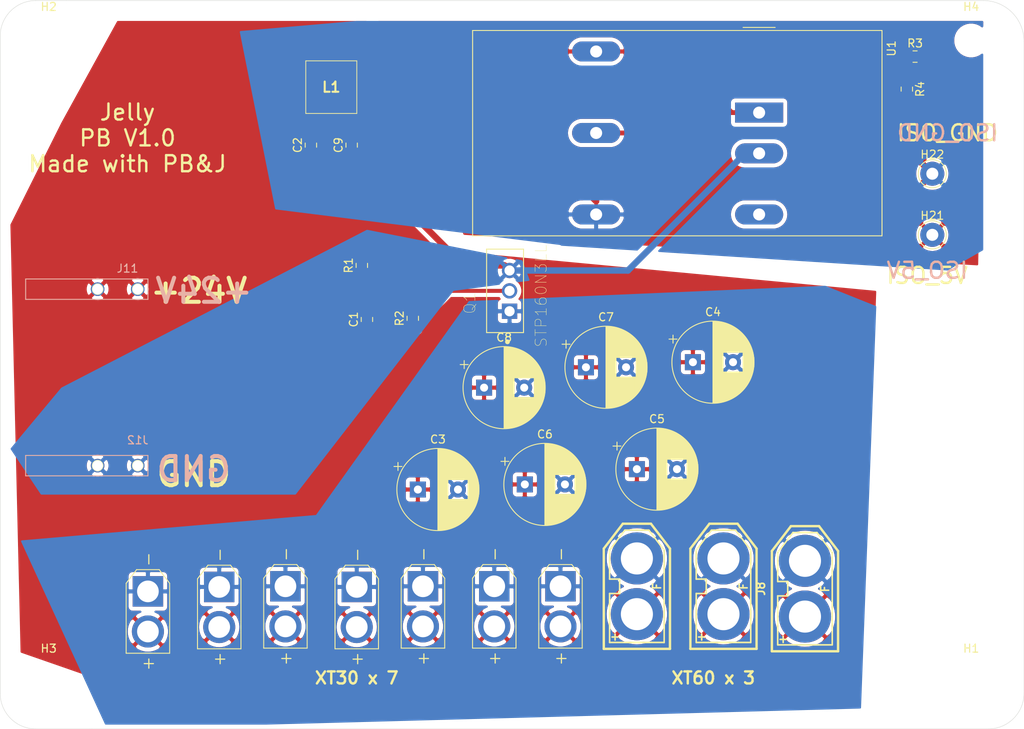
<source format=kicad_pcb>
(kicad_pcb (version 20171130) (host pcbnew "(5.1.0-0)")
  (layers (0 F.Cu signal) (31 B.Cu signal) (34 B.Paste user) (35 F.Paste user) (36 B.SilkS user) (37 F.SilkS user) (38 B.Mask user) (39 F.Mask user) (44 Edge.Cuts user))
  (net 0 "")
  (net 1 GND)
  (net 2 "Net-(C1-Pad1)")
  (net 3 +24V)
  (net 4 safe-V24)
  (net 5 5V_4A)
  (net 6 ISO_GND_5V)
  (net 7 "Net-(L1-Pad2)")
  (net 8 "Net-(R3-Pad1)")
  (net 9 "Net-(U1-Pad6)")
  (module MountingHole:MountingHole_3.2mm_M3 (layer F.Cu) (at 142 38)
    (fp_text reference H4 (at 0 -4.2) (layer F.SilkS))
    (fp_text value MountingHole)
    (pad 1 np_thru_hole circle (at 0 0) (size 3.2 3.2) (drill 3.2) (layers *.Cu *.Mask))
  )
  (module MountingHole:MountingHole_3.2mm_M3 (layer F.Cu) (at 27 118)
    (fp_text reference H3 (at 0 -4.2) (layer F.SilkS))
    (fp_text value MountingHole)
    (pad 1 np_thru_hole circle (at 0 0) (size 3.2 3.2) (drill 3.2) (layers *.Cu *.Mask))
  )
  (module MountingHole:MountingHole_3.2mm_M3 (layer F.Cu) (at 27 38)
    (fp_text reference H2 (at 0 -4.2) (layer F.SilkS))
    (fp_text value MountingHole)
    (pad 1 np_thru_hole circle (at 0 0) (size 3.2 3.2) (drill 3.2) (layers *.Cu *.Mask))
  )
  (module MountingHole:MountingHole_3.2mm_M3 (layer F.Cu) (at 142 118)
    (fp_text reference H1 (at 0 -4.2) (layer F.SilkS))
    (fp_text value MountingHole)
    (pad 1 np_thru_hole circle (at 0 0) (size 3.2 3.2) (drill 3.2) (layers *.Cu *.Mask))
  )
  (module Connector:battery_conector_powerpack (layer F.Cu) (at 38.1 91 180)
    (fp_text reference J12 (at 0 3.175 180) (layer B.SilkS) (effects (justify mirror)))
    (fp_text value Conn_01x02_Female)
    (pad 2 thru_hole circle (at 5 0 180) (size 1.7 1.7) (drill 1.3) (layers *.Cu *.Mask) (net 1 GND))
    (pad 1 thru_hole circle (at 0 0 180) (size 1.7 1.7) (drill 1.3) (layers *.Cu *.Mask) (net 1 GND))
  )
  (module Connector:battery_conector_powerpack (layer F.Cu) (at 38.1 69 180)
    (fp_text reference J11 (at 1.27 2.58 180) (layer B.SilkS))
    (fp_text value Conn_01x02_Female)
    (pad 2 thru_hole circle (at 5 0 180) (size 1.7 1.7) (drill 1.3) (layers *.Cu *.Mask) (net 3 +24V))
    (pad 1 thru_hole circle (at 0 0 180) (size 1.7 1.7) (drill 1.3) (layers *.Cu *.Mask) (net 3 +24V))
  )
  (module Capacitor_SMD:C_0805_2012Metric_Pad1.15x1.40mm_HandSolder (layer F.Cu) (at 64.77 51.045 90)
    (fp_text reference C9 (at 0 -1.65 90) (layer F.SilkS))
    (fp_text value 3.3UF)
    (pad 2 smd roundrect (at 1.025 0 90) (size 1.15 1.4) (layers F.Cu F.Paste F.Mask) (roundrect_rratio 0.217391) (net 3 +24V))
    (pad 1 smd roundrect (at -1.025 0 90) (size 1.15 1.4) (layers F.Cu F.Paste F.Mask) (roundrect_rratio 0.217391) (net 1 GND))
  )
  (module TestPoint:TestPoint_THTPad_D3.0mm_Drill1.5mm (layer F.Cu) (at 137.16 54.61)
    (fp_text reference H22 (at 0 -2.398) (layer F.SilkS))
    (fp_text value MountingHole_Pad)
    (pad 1 thru_hole circle (at 0 0) (size 3 3) (drill 1.5) (layers *.Cu *.Mask) (net 6 ISO_GND_5V))
  )
  (module TestPoint:TestPoint_THTPad_D3.0mm_Drill1.5mm (layer F.Cu) (at 137.16 62.23)
    (fp_text reference H21 (at 0 -2.398) (layer F.SilkS))
    (fp_text value MountingHole_Pad)
    (pad 1 thru_hole circle (at 0 0) (size 3 3) (drill 1.5) (layers *.Cu *.Mask) (net 5 5V_4A))
  )
  (module Converter_DCDC:Converter_DCDC_TRACO_TEN20-xxxx_THT (layer F.Cu) (at 115.57 46.99 270)
    (fp_text reference U1 (at -8 -16.5 90) (layer F.SilkS))
    (fp_text value THL-25-2411)
    (pad 6 thru_hole oval (at 12.7 0) (size 6 2.5) (drill 1.5) (layers *.Cu *.Mask) (net 9 "Net-(U1-Pad6)"))
    (pad 4 thru_hole oval (at 2.54 20.32) (size 6 2.5) (drill 1.5) (layers *.Cu *.Mask) (net 8 "Net-(R3-Pad1)"))
    (pad 1 thru_hole rect (at 0 0) (size 6 2.5) (drill 1.5) (layers *.Cu *.Mask) (net 7 "Net-(L1-Pad2)"))
    (pad 2 thru_hole oval (at 5.08 0) (size 6 2.5) (drill 1.5) (layers *.Cu *.Mask) (net 1 GND))
    (pad 3 thru_hole oval (at -7.62 20.32) (size 6 2.5) (drill 1.5) (layers *.Cu *.Mask) (net 5 5V_4A))
    (pad 5 thru_hole oval (at 12.7 20.32) (size 6 2.5) (drill 1.5) (layers *.Cu *.Mask) (net 6 ISO_GND_5V))
  )
  (module TO254P1040X460X1935-3:TO254P1040X460X1935-3 (layer F.Cu) (at 84.455 71.755 90)
    (fp_text reference Q1 (at 1.01743 -4.96597 90) (layer F.SilkS) (effects (font (size 1.40197 1.40197) (thickness 0.05))))
    (fp_text value STP160N3LL (at 1.90661 3.93433 90) (layer F.SilkS) (effects (font (size 1.40119 1.40119) (thickness 0.05))))
    (pad 3 thru_hole circle (at 5.08 0 90) (size 1.91 1.91) (drill 1.27) (layers *.Cu *.Mask) (net 1 GND))
    (pad 2 thru_hole circle (at 2.54 0 90) (size 1.91 1.91) (drill 1.27) (layers *.Cu *.Mask) (net 2 "Net-(C1-Pad1)"))
    (pad 1 thru_hole rect (at 0 0 90) (size 1.91 1.91) (drill 1.27) (layers *.Cu *.Mask) (net 4 safe-V24))
  )
  (module Resistor_SMD:R_0805_2012Metric_Pad1.15x1.40mm_HandSolder (layer F.Cu) (at 133.985 44.06 270)
    (fp_text reference R4 (at 0 -1.65 270) (layer F.SilkS))
    (fp_text value OP)
    (pad 2 smd roundrect (at 1.025 0 270) (size 1.15 1.4) (layers F.Cu F.Paste F.Mask) (roundrect_rratio 0.217391) (net 5 5V_4A))
    (pad 1 smd roundrect (at -1.025 0 270) (size 1.15 1.4) (layers F.Cu F.Paste F.Mask) (roundrect_rratio 0.217391) (net 8 "Net-(R3-Pad1)"))
  )
  (module Resistor_SMD:R_0805_2012Metric_Pad1.15x1.40mm_HandSolder (layer F.Cu) (at 135.01 40.005)
    (fp_text reference R3 (at 0 -1.65) (layer F.SilkS))
    (fp_text value OP)
    (pad 2 smd roundrect (at 1.025 0) (size 1.15 1.4) (layers F.Cu F.Paste F.Mask) (roundrect_rratio 0.217391) (net 6 ISO_GND_5V))
    (pad 1 smd roundrect (at -1.025 0) (size 1.15 1.4) (layers F.Cu F.Paste F.Mask) (roundrect_rratio 0.217391) (net 8 "Net-(R3-Pad1)"))
  )
  (module Resistor_SMD:R_0805_2012Metric_Pad1.15x1.40mm_HandSolder (layer F.Cu) (at 72.39 72.635 90)
    (fp_text reference R2 (at 0 -1.65 90) (layer F.SilkS))
    (fp_text value 1K)
    (pad 2 smd roundrect (at 1.025 0 90) (size 1.15 1.4) (layers F.Cu F.Paste F.Mask) (roundrect_rratio 0.217391) (net 1 GND))
    (pad 1 smd roundrect (at -1.025 0 90) (size 1.15 1.4) (layers F.Cu F.Paste F.Mask) (roundrect_rratio 0.217391) (net 2 "Net-(C1-Pad1)"))
  )
  (module Resistor_SMD:R_0805_2012Metric_Pad1.15x1.40mm_HandSolder (layer F.Cu) (at 66.04 66.04 90)
    (fp_text reference R1 (at 0 -1.65 90) (layer F.SilkS))
    (fp_text value 1K)
    (pad 2 smd roundrect (at 1.025 0 90) (size 1.15 1.4) (layers F.Cu F.Paste F.Mask) (roundrect_rratio 0.217391) (net 2 "Net-(C1-Pad1)"))
    (pad 1 smd roundrect (at -1.025 0 90) (size 1.15 1.4) (layers F.Cu F.Paste F.Mask) (roundrect_rratio 0.217391) (net 3 +24V))
  )
  (module innductor_special:XEL6060-152MEC (layer F.Cu) (at 62.23 43.815)
    (fp_text reference L1 (at 0 0) (layer F.SilkS) (effects (font (size 1.27 1.27) (thickness 0.254))))
    (fp_text value INDUCTOR hide)
    (pad 2 smd rect (at 2.02 0) (size 1.43 5.5) (layers F.Cu F.Paste) (net 7 "Net-(L1-Pad2)"))
    (pad 1 smd rect (at -2.02 0) (size 1.43 5.5) (layers F.Cu F.Paste) (net 3 +24V))
  )
  (module RC-Battery-Connectors:XT-60_female (layer F.Cu) (at 111.125 106.045 90)
    (fp_text reference J10 hide)
    (fp_text value Conn_01x02_Female hide)
    (fp_text user + (at -6.32 -2.79 90) (layer F.SilkS) (effects (font (thickness 0.2))))
    (fp_text user F (at 0 2.5 90) (layer F.SilkS) (effects (font (thickness 0.2))))
    (pad 2 thru_hole circle (at -3.475 0 90) (size 6.5 6.5) (drill 4) (layers *.Cu *.Mask) (net 3 +24V))
    (pad 1 thru_hole circle (at 3.475 0 90) (size 6.5 6.5) (drill 4) (layers *.Cu *.Mask) (net 4 safe-V24))
  )
  (module RC-Battery-Connectors:XT-60_female (layer F.Cu) (at 100.33 106.045 90)
    (fp_text reference J9 hide)
    (fp_text value Conn_01x02_Female hide)
    (fp_text user + (at -6.32 -2.79 90) (layer F.SilkS) (effects (font (thickness 0.2))))
    (fp_text user F (at 0 2.5 90) (layer F.SilkS) (effects (font (thickness 0.2))))
    (pad 2 thru_hole circle (at -3.475 0 90) (size 6.5 6.5) (drill 4) (layers *.Cu *.Mask) (net 3 +24V))
    (pad 1 thru_hole circle (at 3.475 0 90) (size 6.5 6.5) (drill 4) (layers *.Cu *.Mask) (net 4 safe-V24))
  )
  (module RC-Battery-Connectors:XT-60_female (layer F.Cu) (at 121.285 106.345 90)
    (fp_text reference J8 (at 0 -5.5 90) (layer F.SilkS) (effects (font (thickness 0.2))))
    (fp_text value Conn_01x02_Female hide)
    (fp_text user + (at -6.32 -2.79 90) (layer F.SilkS) (effects (font (thickness 0.2))))
    (fp_text user F (at 0 2.5 90) (layer F.SilkS) (effects (font (thickness 0.2))))
    (pad 2 thru_hole circle (at -3.475 0 90) (size 6.5 6.5) (drill 4) (layers *.Cu *.Mask) (net 3 +24V))
    (pad 1 thru_hole circle (at 3.475 0 90) (size 6.5 6.5) (drill 4) (layers *.Cu *.Mask) (net 4 safe-V24))
  )
  (module Connector_AMASS:AMASS_XT30U-F_1x02_P5.0mm_Vertical (layer F.Cu) (at 73.66 106.045 270)
    (fp_text reference J7 hide)
    (fp_text value Conn_01x02_Female)
    (fp_text user - (at -4 0 270) (layer F.SilkS) (effects (font (size 1.5 1.5))))
    (fp_text user + (at 9 0 270) (layer F.SilkS) (effects (font (size 1.5 1.5))))
    (pad 2 thru_hole circle (at 5 0 270) (size 4 4) (drill 2.7) (layers *.Cu *.Mask) (net 3 +24V))
    (pad 1 thru_hole rect (at 0 0 270) (size 3.8 3.8) (drill 2.7) (layers *.Cu *.Mask) (net 4 safe-V24))
  )
  (module Connector_AMASS:AMASS_XT30U-F_1x02_P5.0mm_Vertical (layer F.Cu) (at 56.515 106.045 270)
    (fp_text reference J6 hide)
    (fp_text value Conn_01x02_Female)
    (fp_text user - (at -4 0 270) (layer F.SilkS) (effects (font (size 1.5 1.5))))
    (fp_text user + (at 9 0 270) (layer F.SilkS) (effects (font (size 1.5 1.5))))
    (pad 2 thru_hole circle (at 5 0 270) (size 4 4) (drill 2.7) (layers *.Cu *.Mask) (net 3 +24V))
    (pad 1 thru_hole rect (at 0 0 270) (size 3.8 3.8) (drill 2.7) (layers *.Cu *.Mask) (net 4 safe-V24))
  )
  (module Connector_AMASS:AMASS_XT30U-F_1x02_P5.0mm_Vertical (layer F.Cu) (at 65.405 106.125 270)
    (fp_text reference J5 hide)
    (fp_text value Conn_01x02_Female)
    (fp_text user - (at -4 0 270) (layer F.SilkS) (effects (font (size 1.5 1.5))))
    (fp_text user + (at 9 0 270) (layer F.SilkS) (effects (font (size 1.5 1.5))))
    (pad 2 thru_hole circle (at 5 0 270) (size 4 4) (drill 2.7) (layers *.Cu *.Mask) (net 3 +24V))
    (pad 1 thru_hole rect (at 0 0 270) (size 3.8 3.8) (drill 2.7) (layers *.Cu *.Mask) (net 4 safe-V24))
  )
  (module Connector_AMASS:AMASS_XT30U-F_1x02_P5.0mm_Vertical (layer F.Cu) (at 48.26 106.125 270)
    (fp_text reference J4 hide)
    (fp_text value Conn_01x02_Female)
    (fp_text user - (at -4 0 270) (layer F.SilkS) (effects (font (size 1.5 1.5))))
    (fp_text user + (at 9 0 270) (layer F.SilkS) (effects (font (size 1.5 1.5))))
    (pad 2 thru_hole circle (at 5 0 270) (size 4 4) (drill 2.7) (layers *.Cu *.Mask) (net 3 +24V))
    (pad 1 thru_hole rect (at 0 0 270) (size 3.8 3.8) (drill 2.7) (layers *.Cu *.Mask) (net 4 safe-V24))
  )
  (module Connector_AMASS:AMASS_XT30U-F_1x02_P5.0mm_Vertical (layer F.Cu) (at 90.805 106.045 270)
    (fp_text reference J3 hide)
    (fp_text value Conn_01x02_Female)
    (fp_text user - (at -4 0 270) (layer F.SilkS) (effects (font (size 1.5 1.5))))
    (fp_text user + (at 9 0 270) (layer F.SilkS) (effects (font (size 1.5 1.5))))
    (pad 2 thru_hole circle (at 5 0 270) (size 4 4) (drill 2.7) (layers *.Cu *.Mask) (net 3 +24V))
    (pad 1 thru_hole rect (at 0 0 270) (size 3.8 3.8) (drill 2.7) (layers *.Cu *.Mask) (net 4 safe-V24))
  )
  (module Connector_AMASS:AMASS_XT30U-F_1x02_P5.0mm_Vertical (layer F.Cu) (at 39.37 106.68 270)
    (fp_text reference J2 hide)
    (fp_text value Conn_01x02_Female)
    (fp_text user - (at -4 0 270) (layer F.SilkS) (effects (font (size 1.5 1.5))))
    (fp_text user + (at 9 0 270) (layer F.SilkS) (effects (font (size 1.5 1.5))))
    (pad 2 thru_hole circle (at 5 0 270) (size 4 4) (drill 2.7) (layers *.Cu *.Mask) (net 3 +24V))
    (pad 1 thru_hole rect (at 0 0 270) (size 3.8 3.8) (drill 2.7) (layers *.Cu *.Mask) (net 4 safe-V24))
  )
  (module Connector_AMASS:AMASS_XT30U-F_1x02_P5.0mm_Vertical (layer F.Cu) (at 82.55 106.045 270)
    (fp_text reference J1 hide)
    (fp_text value Conn_01x02_Female)
    (fp_text user - (at -4 0 270) (layer F.SilkS) (effects (font (size 1.5 1.5))))
    (fp_text user + (at 9 0 270) (layer F.SilkS) (effects (font (size 1.5 1.5))))
    (pad 2 thru_hole circle (at 5 0 270) (size 4 4) (drill 2.7) (layers *.Cu *.Mask) (net 3 +24V))
    (pad 1 thru_hole rect (at 0 0 270) (size 3.8 3.8) (drill 2.7) (layers *.Cu *.Mask) (net 4 safe-V24))
  )
  (module Capacitor_THT:CP_Radial_D10.0mm_P5.00mm (layer F.Cu) (at 81.28 81.28)
    (fp_text reference C8 (at 2.5 -6.25) (layer F.SilkS))
    (fp_text value 470UF)
    (pad 2 thru_hole circle (at 5 0) (size 2 2) (drill 1) (layers *.Cu *.Mask) (net 4 safe-V24))
    (pad 1 thru_hole rect (at 0 0) (size 2 2) (drill 1) (layers *.Cu *.Mask) (net 3 +24V))
  )
  (module Capacitor_THT:CP_Radial_D10.0mm_P5.00mm (layer F.Cu) (at 93.98 78.74)
    (fp_text reference C7 (at 2.5 -6.25) (layer F.SilkS))
    (fp_text value 470UF)
    (pad 2 thru_hole circle (at 5 0) (size 2 2) (drill 1) (layers *.Cu *.Mask) (net 4 safe-V24))
    (pad 1 thru_hole rect (at 0 0) (size 2 2) (drill 1) (layers *.Cu *.Mask) (net 3 +24V))
  )
  (module Capacitor_THT:CP_Radial_D10.0mm_P5.00mm (layer F.Cu) (at 86.36 93.345)
    (fp_text reference C6 (at 2.5 -6.25) (layer F.SilkS))
    (fp_text value 470UF)
    (pad 2 thru_hole circle (at 5 0) (size 2 2) (drill 1) (layers *.Cu *.Mask) (net 4 safe-V24))
    (pad 1 thru_hole rect (at 0 0) (size 2 2) (drill 1) (layers *.Cu *.Mask) (net 3 +24V))
  )
  (module Capacitor_THT:CP_Radial_D10.0mm_P5.00mm (layer F.Cu) (at 100.33 91.44)
    (fp_text reference C5 (at 2.5 -6.25) (layer F.SilkS))
    (fp_text value 470UF)
    (pad 2 thru_hole circle (at 5 0) (size 2 2) (drill 1) (layers *.Cu *.Mask) (net 4 safe-V24))
    (pad 1 thru_hole rect (at 0 0) (size 2 2) (drill 1) (layers *.Cu *.Mask) (net 3 +24V))
  )
  (module Capacitor_THT:CP_Radial_D10.0mm_P5.00mm (layer F.Cu) (at 107.315 78.105)
    (fp_text reference C4 (at 2.5 -6.25) (layer F.SilkS))
    (fp_text value 470UF)
    (pad 2 thru_hole circle (at 5 0) (size 2 2) (drill 1) (layers *.Cu *.Mask) (net 4 safe-V24))
    (pad 1 thru_hole rect (at 0 0) (size 2 2) (drill 1) (layers *.Cu *.Mask) (net 3 +24V))
  )
  (module Capacitor_THT:CP_Radial_D10.0mm_P5.00mm (layer F.Cu) (at 73.025 93.98)
    (fp_text reference C3 (at 2.5 -6.25) (layer F.SilkS))
    (fp_text value 470UF)
    (pad 2 thru_hole circle (at 5 0) (size 2 2) (drill 1) (layers *.Cu *.Mask) (net 4 safe-V24))
    (pad 1 thru_hole rect (at 0 0) (size 2 2) (drill 1) (layers *.Cu *.Mask) (net 3 +24V))
  )
  (module Capacitor_SMD:C_0805_2012Metric_Pad1.15x1.40mm_HandSolder (layer F.Cu) (at 59.69 51.045 90)
    (fp_text reference C2 (at 0 -1.65 90) (layer F.SilkS))
    (fp_text value 3.3UF)
    (pad 2 smd roundrect (at 1.025 0 90) (size 1.15 1.4) (layers F.Cu F.Paste F.Mask) (roundrect_rratio 0.217391) (net 3 +24V))
    (pad 1 smd roundrect (at -1.025 0 90) (size 1.15 1.4) (layers F.Cu F.Paste F.Mask) (roundrect_rratio 0.217391) (net 1 GND))
  )
  (module Capacitor_SMD:C_0805_2012Metric_Pad1.15x1.40mm_HandSolder (layer F.Cu) (at 66.675 72.78 90)
    (fp_text reference C1 (at 0 -1.65 90) (layer F.SilkS))
    (fp_text value .1UF)
    (pad 2 smd roundrect (at 1.025 0 90) (size 1.15 1.4) (layers F.Cu F.Paste F.Mask) (roundrect_rratio 0.217391) (net 1 GND))
    (pad 1 smd roundrect (at -1.025 0 90) (size 1.15 1.4) (layers F.Cu F.Paste F.Mask) (roundrect_rratio 0.217391) (net 2 "Net-(C1-Pad1)"))
  )
  (gr_text "XT60 x 3" (at 109.855 117.475) (layer F.SilkS) (effects (font (size 1.5 1.5) (thickness 0.3))))
  (gr_text "XT30 x 7\n" (at 65.405 117.475) (layer F.SilkS) (effects (font (size 1.5 1.5) (thickness 0.3))))
  (gr_text ISO_5V (at 136.525 67.31) (layer F.SilkS) (effects (font (size 2 2) (thickness 0.3))))
  (gr_text ISO_5V (at 136.525 66.675) (layer B.SilkS) (effects (font (size 2 2) (thickness 0.3)) (justify mirror)))
  (gr_text ISO_GND (at 139.065 49.53) (layer B.SilkS) (effects (font (size 2 2) (thickness 0.3)) (justify mirror)))
  (gr_text ISO_GND (at 139.065 49.53) (layer F.SilkS) (effects (font (size 2 2) (thickness 0.3))))
  (gr_text GND (at 45.085 91.44) (layer B.SilkS) (effects (font (size 3 3) (thickness 0.5)) (justify mirror)))
  (gr_text GND (at 45.085 92.075) (layer F.SilkS) (effects (font (size 3 3) (thickness 0.5))))
  (gr_text +24V (at 46.355 69.215) (layer B.SilkS) (effects (font (size 3 3) (thickness 0.5)) (justify mirror)))
  (gr_text +24V (at 45.72 69.215) (layer F.SilkS) (effects (font (size 3 3) (thickness 0.5))))
  (gr_text "Jelly\nPB V1.0\nMade with PB&J" (at 36.83 50.165) (layer F.SilkS) (effects (font (size 2 2) (thickness 0.3))))
  (gr_arc (start 143.51 38.1) (end 148.59 38.1) (angle -90) (layer Edge.Cuts) (width 0.05))
  (gr_line (start 20.955 37.465) (end 20.955 43.18) (layer Edge.Cuts) (width 0.05))
  (gr_line (start 25.4 33.02) (end 29.21 33.02) (layer Edge.Cuts) (width 0.05))
  (gr_arc (start 25.4 37.465) (end 25.4 33.02) (angle -90) (layer Edge.Cuts) (width 0.05))
  (gr_line (start 25.4 123.825) (end 32.385 123.825) (layer Edge.Cuts) (width 0.05))
  (gr_arc (start 25.4 119.38) (end 20.955 119.38) (angle -90) (layer Edge.Cuts) (width 0.05))
  (gr_arc (start 144.145 119.38) (end 144.145 123.825) (angle -90) (layer Edge.Cuts) (width 0.05))
  (gr_line (start 148.59 38.1) (end 148.59 119.38) (layer Edge.Cuts) (width 0.05))
  (gr_line (start 29.21 33.02) (end 143.51 33.02) (layer Edge.Cuts) (width 0.05))
  (gr_line (start 20.955 119.38) (end 20.955 43.18) (layer Edge.Cuts) (width 0.05))
  (gr_line (start 144.145 123.825) (end 32.385 123.825) (layer Edge.Cuts) (width 0.05))
  (segment (start 72.245 71.755) (end 77.96 66.04) (width 0.8) (layer F.Cu) (net 1))
  (segment (start 59.69 52.07) (end 64.77 52.07) (width 0.8) (layer F.Cu) (net 1))
  (segment (start 77.96 66.04) (end 77.96 65.26) (width 0.8) (layer F.Cu) (net 1))
  (segment (start 85.805573 66.675) (end 84.455 66.675) (width 0.8) (layer B.Cu) (net 1))
  (segment (start 99.215 66.675) (end 85.805573 66.675) (width 0.8) (layer B.Cu) (net 1))
  (segment (start 113.82 52.07) (end 99.215 66.675) (width 0.8) (layer B.Cu) (net 1))
  (segment (start 115.57 52.07) (end 113.82 52.07) (width 0.8) (layer B.Cu) (net 1))
  (segment (start 72.245 71.755) (end 72.39 71.61) (width 0.4) (layer F.Cu) (net 1))
  (segment (start 66.675 71.755) (end 72.245 71.755) (width 0.4) (layer F.Cu) (net 1))
  (segment (start 77.96 65.26) (end 64.77 52.07) (width 0.8) (layer F.Cu) (net 1))
  (segment (start 77.96 66.04) (end 83.82 66.04) (width 0.8) (layer F.Cu) (net 1))
  (segment (start 83.82 66.04) (end 84.455 66.675) (width 0.8) (layer F.Cu) (net 1))
  (segment (start 84.455 69.215) (end 76.835 69.215) (width 0.5) (layer F.Cu) (net 2))
  (segment (start 76.835 69.215) (end 72.245 73.805) (width 0.5) (layer F.Cu) (net 2))
  (segment (start 72.245 73.805) (end 66.185 73.805) (width 0.5) (layer F.Cu) (net 2))
  (segment (start 66.185 73.805) (end 62.865 70.485) (width 0.5) (layer F.Cu) (net 2))
  (segment (start 62.865 70.485) (end 62.865 64.77) (width 0.5) (layer F.Cu) (net 2))
  (segment (start 62.865 64.77) (end 63.11 65.015) (width 0.5) (layer F.Cu) (net 2))
  (segment (start 63.11 65.015) (end 66.04 65.015) (width 0.5) (layer F.Cu) (net 2))
  (segment (start 77.02 45.085) (end 76.345 45.085) (width 0.4) (layer F.Cu) (net 6))
  (segment (start 82.295 45.085) (end 77.02 45.085) (width 0.8) (layer F.Cu) (net 6))
  (segment (start 95.25 58.04) (end 82.295 45.085) (width 0.8) (layer F.Cu) (net 6))
  (segment (start 95.25 59.69) (end 95.25 58.04) (width 0.4) (layer F.Cu) (net 6))
  (segment (start 136.035 55.735) (end 137.16 54.61) (width 0.8) (layer F.Cu) (net 6))
  (segment (start 135.660001 53.110001) (end 137.16 54.61) (width 0.8) (layer F.Cu) (net 6))
  (segment (start 135.660001 52.934999) (end 135.660001 53.110001) (width 0.8) (layer F.Cu) (net 6))
  (segment (start 136.035 52.56) (end 135.660001 52.934999) (width 0.8) (layer F.Cu) (net 6))
  (segment (start 136.035 40.005) (end 136.035 52.56) (width 0.8) (layer F.Cu) (net 6))
  (segment (start 136.035 52.56) (end 136.035 52.85) (width 0.8) (layer F.Cu) (net 6))
  (segment (start 112.17 46.99) (end 107.09 41.91) (width 0.6) (layer F.Cu) (net 7))
  (segment (start 115.57 46.99) (end 112.17 46.99) (width 0.6) (layer F.Cu) (net 7))
  (segment (start 107.09 41.91) (end 66.675 41.91) (width 0.6) (layer F.Cu) (net 7))
  (segment (start 65.365 43.815) (end 64.25 43.815) (width 0.6) (layer F.Cu) (net 7))
  (segment (start 66.675 42.505) (end 65.365 43.815) (width 0.6) (layer F.Cu) (net 7))
  (segment (start 66.675 41.91) (end 66.675 42.505) (width 0.6) (layer F.Cu) (net 7))
  (segment (start 95.885 50.165) (end 95.25 49.53) (width 0.6) (layer F.Cu) (net 8))
  (segment (start 133.985 40.005) (end 133.985 43.035) (width 0.6) (layer F.Cu) (net 8))
  (segment (start 128.379999 48.640001) (end 120.904999 48.640001) (width 0.6) (layer F.Cu) (net 8))
  (segment (start 133.985 43.035) (end 128.379999 48.640001) (width 0.6) (layer F.Cu) (net 8))
  (segment (start 120.015 49.53) (end 95.25 49.53) (width 0.6) (layer F.Cu) (net 8))
  (segment (start 120.904999 48.640001) (end 120.015 49.53) (width 0.6) (layer F.Cu) (net 8))
  (zone (net 4) (net_name safe-V24) (layer B.Cu) (connect_pads (clearance 0.508)) (min_thickness 0.254) (fill yes (arc_segments 32) (thermal_gap 0.508) (thermal_bridge_width 0.508))
    (polygon (pts (xy 130.175 71.12) (xy 128.27 121.285) (xy 34.29 123.825) (xy 23.495 100.33) (xy 60.325 97.155) (xy 79.375 70.485) (xy 123.825 68.58)))
  )
  (zone (net 1) (net_name GND) (layer B.Cu) (connect_pads (clearance 0.508)) (min_thickness 0.254) (fill yes (arc_segments 32) (thermal_gap 0.508) (thermal_bridge_width 0.508))
    (polygon (pts (xy 26.035 94.615) (xy 57.785 94.615) (xy 77.47 69.215) (xy 86.995 67.945) (xy 86.0425 65.405001) (xy 66.675 61.595) (xy 28.575 81.28) (xy 22.225 88.9)))
  )
  (zone (net 6) (net_name ISO_GND_5V) (layer B.Cu) (connect_pads (clearance 0.508)) (min_thickness 0.254) (fill yes (arc_segments 32) (thermal_gap 0.508) (thermal_bridge_width 0.508))
    (polygon (pts (xy 89.535 63.5) (xy 139.065 66.675) (xy 143.51 64.135) (xy 143.51 35.56) (xy 65.405 35.56) (xy 50.8 36.83) (xy 55.245 59.055) (xy 90.805 63.5)))
  )
  (zone (net 3) (net_name +24V) (layer F.Cu) (connect_pads (clearance 0.508)) (min_thickness 0.254) (fill yes (arc_segments 32) (thermal_gap 0.508) (thermal_bridge_width 0.508))
    (polygon (pts (xy 22.225 60.96) (xy 23.495 114.3) (xy 38.1 119.38) (xy 128.27 120.015) (xy 130.175 69.215) (xy 76.2 64.135) (xy 66.675 35.56) (xy 35.56 35.56) (xy 28.575 48.26)))
  )
  (zone (net 5) (net_name 5V_4A) (layer F.Cu) (connect_pads (clearance 0.508)) (min_thickness 0.254) (fill yes (arc_segments 32) (thermal_gap 0.508) (thermal_bridge_width 0.508))
    (polygon (pts (xy 143.51 35.56) (xy 142.875 66.04) (xy 78.74 62.23) (xy 67.945 35.56)))
  )
)
</source>
